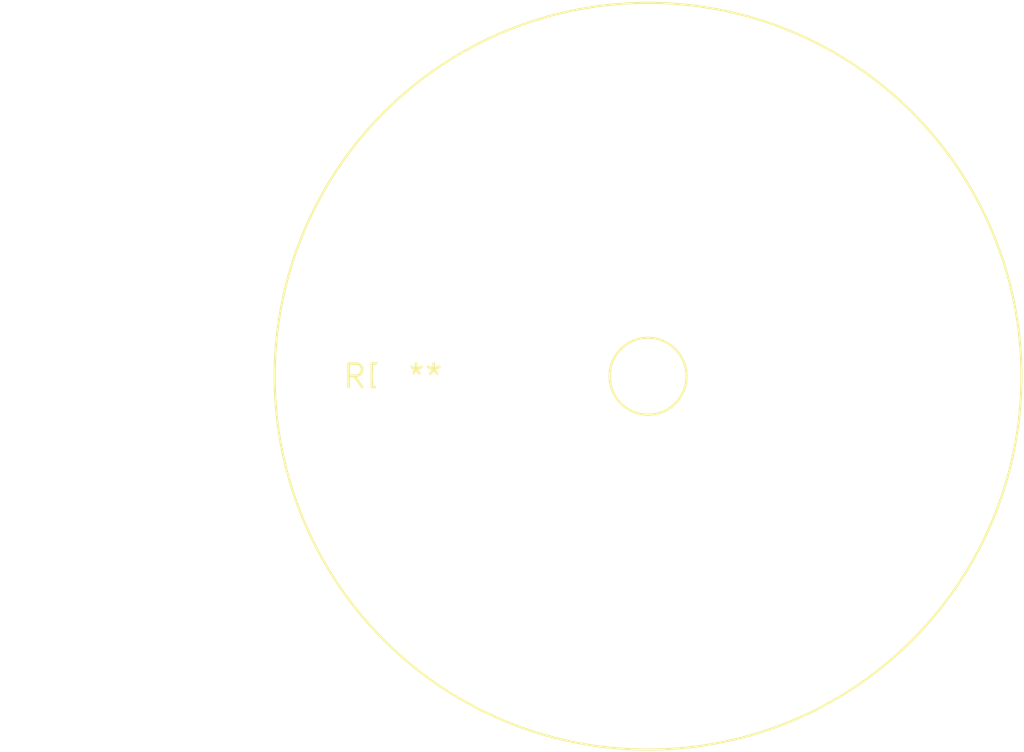
<source format=kicad_pcb>
(kicad_pcb (version 20240108) (generator pcbnew)
  (layers (0 "F.Cu" signal) (31 "B.Cu" signal) (34 "B.Paste" user) (35 "F.Paste" user) (36 "B.SilkS" user "B.Silkscreen") (37 "F.SilkS" user "F.Silkscreen") (38 "B.Mask" user) (39 "F.Mask" user) (44 "Edge.Cuts" user))
  (net 0 "")
  (footprint "L_Radial_D40.6mm_P27.94mm_Vishay_IHB-4" (layer "F.Cu") (at 0 0)
    (property "Reference" "REF**")
    (property "Value" "L_Radial_D40.6mm_P27.94mm_Vishay_IHB-4")
    (fp_circle (center 13.97 0) (end 16.075 0) (layer "F.SilkS") (stroke (width 0.12)) (fill none))
    (fp_circle (center 13.97 0) (end 34.41 0) (layer "F.SilkS") (stroke (width 0.12)) (fill none))
    (pad "1" thru_hole circle (at 0 0) (size 4.4 4.4) (drill 2.2) (layers *.Cu *.Mask) (remove_unused_layers))
    (pad "2" thru_hole circle (at 27.94 0) (size 4.4 4.4) (drill 2.2) (layers *.Cu *.Mask) (remove_unused_layers))
  )
)
</source>
